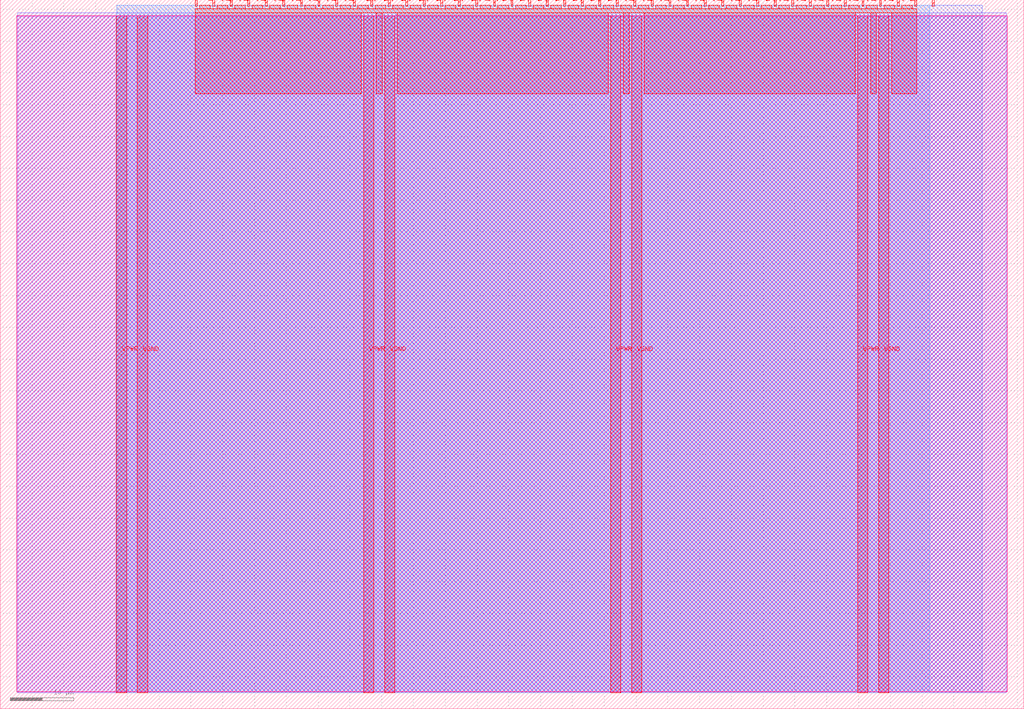
<source format=lef>
VERSION 5.7 ;
  NOWIREEXTENSIONATPIN ON ;
  DIVIDERCHAR "/" ;
  BUSBITCHARS "[]" ;
MACRO tt_um_uart
  CLASS BLOCK ;
  FOREIGN tt_um_uart ;
  ORIGIN 0.000 0.000 ;
  SIZE 161.000 BY 111.520 ;
  PIN VGND
    DIRECTION INOUT ;
    USE GROUND ;
    PORT
      LAYER met4 ;
        RECT 21.580 2.480 23.180 109.040 ;
    END
    PORT
      LAYER met4 ;
        RECT 60.450 2.480 62.050 109.040 ;
    END
    PORT
      LAYER met4 ;
        RECT 99.320 2.480 100.920 109.040 ;
    END
    PORT
      LAYER met4 ;
        RECT 138.190 2.480 139.790 109.040 ;
    END
  END VGND
  PIN VPWR
    DIRECTION INOUT ;
    USE POWER ;
    PORT
      LAYER met4 ;
        RECT 18.280 2.480 19.880 109.040 ;
    END
    PORT
      LAYER met4 ;
        RECT 57.150 2.480 58.750 109.040 ;
    END
    PORT
      LAYER met4 ;
        RECT 96.020 2.480 97.620 109.040 ;
    END
    PORT
      LAYER met4 ;
        RECT 134.890 2.480 136.490 109.040 ;
    END
  END VPWR
  PIN clk
    DIRECTION INPUT ;
    USE SIGNAL ;
    ANTENNAGATEAREA 0.852000 ;
    PORT
      LAYER met4 ;
        RECT 143.830 110.520 144.130 111.520 ;
    END
  END clk
  PIN ena
    DIRECTION INPUT ;
    USE SIGNAL ;
    PORT
      LAYER met4 ;
        RECT 146.590 110.520 146.890 111.520 ;
    END
  END ena
  PIN rst_n
    DIRECTION INPUT ;
    USE SIGNAL ;
    ANTENNAGATEAREA 0.196500 ;
    PORT
      LAYER met4 ;
        RECT 141.070 110.520 141.370 111.520 ;
    END
  END rst_n
  PIN ui_in[0]
    DIRECTION INPUT ;
    USE SIGNAL ;
    ANTENNAGATEAREA 0.196500 ;
    PORT
      LAYER met4 ;
        RECT 138.310 110.520 138.610 111.520 ;
    END
  END ui_in[0]
  PIN ui_in[1]
    DIRECTION INPUT ;
    USE SIGNAL ;
    PORT
      LAYER met4 ;
        RECT 135.550 110.520 135.850 111.520 ;
    END
  END ui_in[1]
  PIN ui_in[2]
    DIRECTION INPUT ;
    USE SIGNAL ;
    ANTENNAGATEAREA 0.196500 ;
    PORT
      LAYER met4 ;
        RECT 132.790 110.520 133.090 111.520 ;
    END
  END ui_in[2]
  PIN ui_in[3]
    DIRECTION INPUT ;
    USE SIGNAL ;
    ANTENNAGATEAREA 0.196500 ;
    PORT
      LAYER met4 ;
        RECT 130.030 110.520 130.330 111.520 ;
    END
  END ui_in[3]
  PIN ui_in[4]
    DIRECTION INPUT ;
    USE SIGNAL ;
    ANTENNAGATEAREA 0.196500 ;
    PORT
      LAYER met4 ;
        RECT 127.270 110.520 127.570 111.520 ;
    END
  END ui_in[4]
  PIN ui_in[5]
    DIRECTION INPUT ;
    USE SIGNAL ;
    ANTENNAGATEAREA 0.196500 ;
    PORT
      LAYER met4 ;
        RECT 124.510 110.520 124.810 111.520 ;
    END
  END ui_in[5]
  PIN ui_in[6]
    DIRECTION INPUT ;
    USE SIGNAL ;
    PORT
      LAYER met4 ;
        RECT 121.750 110.520 122.050 111.520 ;
    END
  END ui_in[6]
  PIN ui_in[7]
    DIRECTION INPUT ;
    USE SIGNAL ;
    PORT
      LAYER met4 ;
        RECT 118.990 110.520 119.290 111.520 ;
    END
  END ui_in[7]
  PIN uio_in[0]
    DIRECTION INPUT ;
    USE SIGNAL ;
    ANTENNAGATEAREA 0.213000 ;
    PORT
      LAYER met4 ;
        RECT 116.230 110.520 116.530 111.520 ;
    END
  END uio_in[0]
  PIN uio_in[1]
    DIRECTION INPUT ;
    USE SIGNAL ;
    ANTENNAGATEAREA 0.196500 ;
    PORT
      LAYER met4 ;
        RECT 113.470 110.520 113.770 111.520 ;
    END
  END uio_in[1]
  PIN uio_in[2]
    DIRECTION INPUT ;
    USE SIGNAL ;
    ANTENNAGATEAREA 0.196500 ;
    PORT
      LAYER met4 ;
        RECT 110.710 110.520 111.010 111.520 ;
    END
  END uio_in[2]
  PIN uio_in[3]
    DIRECTION INPUT ;
    USE SIGNAL ;
    ANTENNAGATEAREA 0.196500 ;
    PORT
      LAYER met4 ;
        RECT 107.950 110.520 108.250 111.520 ;
    END
  END uio_in[3]
  PIN uio_in[4]
    DIRECTION INPUT ;
    USE SIGNAL ;
    ANTENNAGATEAREA 0.196500 ;
    PORT
      LAYER met4 ;
        RECT 105.190 110.520 105.490 111.520 ;
    END
  END uio_in[4]
  PIN uio_in[5]
    DIRECTION INPUT ;
    USE SIGNAL ;
    ANTENNAGATEAREA 0.196500 ;
    PORT
      LAYER met4 ;
        RECT 102.430 110.520 102.730 111.520 ;
    END
  END uio_in[5]
  PIN uio_in[6]
    DIRECTION INPUT ;
    USE SIGNAL ;
    ANTENNAGATEAREA 0.196500 ;
    PORT
      LAYER met4 ;
        RECT 99.670 110.520 99.970 111.520 ;
    END
  END uio_in[6]
  PIN uio_in[7]
    DIRECTION INPUT ;
    USE SIGNAL ;
    ANTENNAGATEAREA 0.196500 ;
    PORT
      LAYER met4 ;
        RECT 96.910 110.520 97.210 111.520 ;
    END
  END uio_in[7]
  PIN uio_oe[0]
    DIRECTION OUTPUT ;
    USE SIGNAL ;
    PORT
      LAYER met4 ;
        RECT 49.990 110.520 50.290 111.520 ;
    END
  END uio_oe[0]
  PIN uio_oe[1]
    DIRECTION OUTPUT ;
    USE SIGNAL ;
    PORT
      LAYER met4 ;
        RECT 47.230 110.520 47.530 111.520 ;
    END
  END uio_oe[1]
  PIN uio_oe[2]
    DIRECTION OUTPUT ;
    USE SIGNAL ;
    PORT
      LAYER met4 ;
        RECT 44.470 110.520 44.770 111.520 ;
    END
  END uio_oe[2]
  PIN uio_oe[3]
    DIRECTION OUTPUT ;
    USE SIGNAL ;
    PORT
      LAYER met4 ;
        RECT 41.710 110.520 42.010 111.520 ;
    END
  END uio_oe[3]
  PIN uio_oe[4]
    DIRECTION OUTPUT ;
    USE SIGNAL ;
    PORT
      LAYER met4 ;
        RECT 38.950 110.520 39.250 111.520 ;
    END
  END uio_oe[4]
  PIN uio_oe[5]
    DIRECTION OUTPUT ;
    USE SIGNAL ;
    PORT
      LAYER met4 ;
        RECT 36.190 110.520 36.490 111.520 ;
    END
  END uio_oe[5]
  PIN uio_oe[6]
    DIRECTION OUTPUT ;
    USE SIGNAL ;
    PORT
      LAYER met4 ;
        RECT 33.430 110.520 33.730 111.520 ;
    END
  END uio_oe[6]
  PIN uio_oe[7]
    DIRECTION OUTPUT ;
    USE SIGNAL ;
    PORT
      LAYER met4 ;
        RECT 30.670 110.520 30.970 111.520 ;
    END
  END uio_oe[7]
  PIN uio_out[0]
    DIRECTION OUTPUT ;
    USE SIGNAL ;
    ANTENNADIFFAREA 0.795200 ;
    PORT
      LAYER met4 ;
        RECT 72.070 110.520 72.370 111.520 ;
    END
  END uio_out[0]
  PIN uio_out[1]
    DIRECTION OUTPUT ;
    USE SIGNAL ;
    ANTENNADIFFAREA 0.445500 ;
    PORT
      LAYER met4 ;
        RECT 69.310 110.520 69.610 111.520 ;
    END
  END uio_out[1]
  PIN uio_out[2]
    DIRECTION OUTPUT ;
    USE SIGNAL ;
    ANTENNADIFFAREA 0.795200 ;
    PORT
      LAYER met4 ;
        RECT 66.550 110.520 66.850 111.520 ;
    END
  END uio_out[2]
  PIN uio_out[3]
    DIRECTION OUTPUT ;
    USE SIGNAL ;
    ANTENNADIFFAREA 0.445500 ;
    PORT
      LAYER met4 ;
        RECT 63.790 110.520 64.090 111.520 ;
    END
  END uio_out[3]
  PIN uio_out[4]
    DIRECTION OUTPUT ;
    USE SIGNAL ;
    ANTENNADIFFAREA 0.445500 ;
    PORT
      LAYER met4 ;
        RECT 61.030 110.520 61.330 111.520 ;
    END
  END uio_out[4]
  PIN uio_out[5]
    DIRECTION OUTPUT ;
    USE SIGNAL ;
    ANTENNADIFFAREA 0.445500 ;
    PORT
      LAYER met4 ;
        RECT 58.270 110.520 58.570 111.520 ;
    END
  END uio_out[5]
  PIN uio_out[6]
    DIRECTION OUTPUT ;
    USE SIGNAL ;
    PORT
      LAYER met4 ;
        RECT 55.510 110.520 55.810 111.520 ;
    END
  END uio_out[6]
  PIN uio_out[7]
    DIRECTION OUTPUT ;
    USE SIGNAL ;
    PORT
      LAYER met4 ;
        RECT 52.750 110.520 53.050 111.520 ;
    END
  END uio_out[7]
  PIN uo_out[0]
    DIRECTION OUTPUT ;
    USE SIGNAL ;
    ANTENNAGATEAREA 0.126000 ;
    ANTENNADIFFAREA 0.891000 ;
    PORT
      LAYER met4 ;
        RECT 94.150 110.520 94.450 111.520 ;
    END
  END uo_out[0]
  PIN uo_out[1]
    DIRECTION OUTPUT ;
    USE SIGNAL ;
    ANTENNAGATEAREA 0.126000 ;
    ANTENNADIFFAREA 0.891000 ;
    PORT
      LAYER met4 ;
        RECT 91.390 110.520 91.690 111.520 ;
    END
  END uo_out[1]
  PIN uo_out[2]
    DIRECTION OUTPUT ;
    USE SIGNAL ;
    ANTENNAGATEAREA 0.126000 ;
    ANTENNADIFFAREA 0.891000 ;
    PORT
      LAYER met4 ;
        RECT 88.630 110.520 88.930 111.520 ;
    END
  END uo_out[2]
  PIN uo_out[3]
    DIRECTION OUTPUT ;
    USE SIGNAL ;
    ANTENNAGATEAREA 0.126000 ;
    ANTENNADIFFAREA 0.891000 ;
    PORT
      LAYER met4 ;
        RECT 85.870 110.520 86.170 111.520 ;
    END
  END uo_out[3]
  PIN uo_out[4]
    DIRECTION OUTPUT ;
    USE SIGNAL ;
    ANTENNAGATEAREA 0.126000 ;
    ANTENNADIFFAREA 0.891000 ;
    PORT
      LAYER met4 ;
        RECT 83.110 110.520 83.410 111.520 ;
    END
  END uo_out[4]
  PIN uo_out[5]
    DIRECTION OUTPUT ;
    USE SIGNAL ;
    ANTENNAGATEAREA 0.126000 ;
    ANTENNADIFFAREA 0.891000 ;
    PORT
      LAYER met4 ;
        RECT 80.350 110.520 80.650 111.520 ;
    END
  END uo_out[5]
  PIN uo_out[6]
    DIRECTION OUTPUT ;
    USE SIGNAL ;
    ANTENNAGATEAREA 0.126000 ;
    ANTENNADIFFAREA 0.891000 ;
    PORT
      LAYER met4 ;
        RECT 77.590 110.520 77.890 111.520 ;
    END
  END uo_out[6]
  PIN uo_out[7]
    DIRECTION OUTPUT ;
    USE SIGNAL ;
    ANTENNAGATEAREA 0.247500 ;
    ANTENNADIFFAREA 0.891000 ;
    PORT
      LAYER met4 ;
        RECT 74.830 110.520 75.130 111.520 ;
    END
  END uo_out[7]
  OBS
      LAYER nwell ;
        RECT 2.570 2.635 158.430 108.990 ;
      LAYER li1 ;
        RECT 2.760 2.635 158.240 108.885 ;
      LAYER met1 ;
        RECT 2.760 2.480 158.240 109.440 ;
      LAYER met2 ;
        RECT 18.310 2.535 154.460 110.685 ;
      LAYER met3 ;
        RECT 18.290 2.555 146.215 110.665 ;
      LAYER met4 ;
        RECT 31.370 110.120 33.030 110.665 ;
        RECT 34.130 110.120 35.790 110.665 ;
        RECT 36.890 110.120 38.550 110.665 ;
        RECT 39.650 110.120 41.310 110.665 ;
        RECT 42.410 110.120 44.070 110.665 ;
        RECT 45.170 110.120 46.830 110.665 ;
        RECT 47.930 110.120 49.590 110.665 ;
        RECT 50.690 110.120 52.350 110.665 ;
        RECT 53.450 110.120 55.110 110.665 ;
        RECT 56.210 110.120 57.870 110.665 ;
        RECT 58.970 110.120 60.630 110.665 ;
        RECT 61.730 110.120 63.390 110.665 ;
        RECT 64.490 110.120 66.150 110.665 ;
        RECT 67.250 110.120 68.910 110.665 ;
        RECT 70.010 110.120 71.670 110.665 ;
        RECT 72.770 110.120 74.430 110.665 ;
        RECT 75.530 110.120 77.190 110.665 ;
        RECT 78.290 110.120 79.950 110.665 ;
        RECT 81.050 110.120 82.710 110.665 ;
        RECT 83.810 110.120 85.470 110.665 ;
        RECT 86.570 110.120 88.230 110.665 ;
        RECT 89.330 110.120 90.990 110.665 ;
        RECT 92.090 110.120 93.750 110.665 ;
        RECT 94.850 110.120 96.510 110.665 ;
        RECT 97.610 110.120 99.270 110.665 ;
        RECT 100.370 110.120 102.030 110.665 ;
        RECT 103.130 110.120 104.790 110.665 ;
        RECT 105.890 110.120 107.550 110.665 ;
        RECT 108.650 110.120 110.310 110.665 ;
        RECT 111.410 110.120 113.070 110.665 ;
        RECT 114.170 110.120 115.830 110.665 ;
        RECT 116.930 110.120 118.590 110.665 ;
        RECT 119.690 110.120 121.350 110.665 ;
        RECT 122.450 110.120 124.110 110.665 ;
        RECT 125.210 110.120 126.870 110.665 ;
        RECT 127.970 110.120 129.630 110.665 ;
        RECT 130.730 110.120 132.390 110.665 ;
        RECT 133.490 110.120 135.150 110.665 ;
        RECT 136.250 110.120 137.910 110.665 ;
        RECT 139.010 110.120 140.670 110.665 ;
        RECT 141.770 110.120 143.430 110.665 ;
        RECT 30.655 109.440 144.145 110.120 ;
        RECT 30.655 96.735 56.750 109.440 ;
        RECT 59.150 96.735 60.050 109.440 ;
        RECT 62.450 96.735 95.620 109.440 ;
        RECT 98.020 96.735 98.920 109.440 ;
        RECT 101.320 96.735 134.490 109.440 ;
        RECT 136.890 96.735 137.790 109.440 ;
        RECT 140.190 96.735 144.145 109.440 ;
  END
END tt_um_uart
END LIBRARY


</source>
